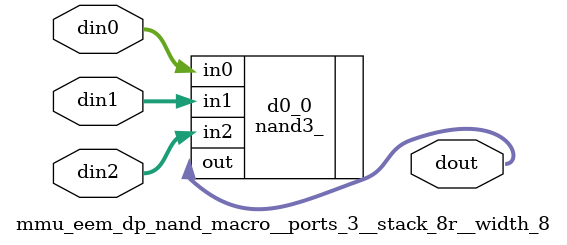
<source format=v>
module mmu_eem_dp (
  asi_error_inject, 
  asi_error_mask, 
  asi_mbist_ecc_in, 
  asi_mbist_run, 
  ecc_in, 
  ecc_out);
wire mbist_run_;
wire [7:0] pre_error_inject_;
wire [7:0] pre_error_inject;
wire [7:0] error_inject;
wire [7:0] error_inject_;
wire [7:0] ecc_in_;
wire [7:0] ecc_mux_0;
wire [7:0] ecc_mux_1;
wire [7:0] ecc_mux_2;



input		asi_error_inject;
input	[7:0]	asi_error_mask;

input	[7:0]	asi_mbist_ecc_in;
input		asi_mbist_run;

input 	[7:0]	ecc_in;

output	[7:0]	ecc_out;	


mmu_eem_dp_inv_macro__stack_8r__width_1 mbist_run_b_inv   (
	.din	(asi_mbist_run			),
	.dout	(mbist_run_			)
);

mmu_eem_dp_nand_macro__ports_2__stack_8r__width_8 pre_error_inject_b_and    (
	.din0	({8 {asi_error_inject}}		),
	.din1	(asi_error_mask		[7:0]	),
	.dout	(pre_error_inject_	[7:0]	)
);

mmu_eem_dp_inv_macro__stack_8r__width_8 pre_error_inject_inv   (
	.din	(pre_error_inject_	[7:0]	),
	.dout	(pre_error_inject	[7:0]	)
);

mmu_eem_dp_and_macro__stack_8r__width_8 error_inject_and   (
	.din0	(pre_error_inject	[7:0]	),
	.din1	({8 {mbist_run_}}		),
	.dout	(error_inject		[7:0]	)
);

mmu_eem_dp_and_macro__stack_8r__width_8 error_inject_b_and   (
	.din0	(pre_error_inject_	[7:0]	),
	.din1	({8 {mbist_run_}}		),
	.dout	(error_inject_		[7:0]	)
);

mmu_eem_dp_inv_macro__stack_8r__width_8 ecc_in_b_inv   (
	.din	(ecc_in			[7:0]	),
	.dout	(ecc_in_		[7:0]	)
);

mmu_eem_dp_nand_macro__ports_2__stack_8r__width_8 ecc_mux_0_nand    (
	.din0	(ecc_in			[7:0]	),
	.din1	(error_inject_		[7:0]	),
	.dout	(ecc_mux_0		[7:0]	)
);

mmu_eem_dp_nand_macro__ports_2__stack_8r__width_8 ecc_mux_1_nand    (
	.din0	(ecc_in_		[7:0]	),
	.din1	(error_inject		[7:0]	),
	.dout	(ecc_mux_1		[7:0]	)
);

mmu_eem_dp_nand_macro__ports_2__stack_8r__width_8 ecc_mux_2_nand    (
	.din0	(asi_mbist_ecc_in	[7:0]	),
	.din1	({8 {asi_mbist_run}}		),
	.dout	(ecc_mux_2		[7:0]	)
);

mmu_eem_dp_nand_macro__ports_3__stack_8r__width_8 ecc_mux_nand    (
	.din0	(ecc_mux_0		[7:0]	),
	.din1	(ecc_mux_1		[7:0]	),
	.din2	(ecc_mux_2		[7:0]	),
	.dout	(ecc_out		[7:0]	)
);



supply0 vss; // <- port for ground
supply1 vdd; // <- port for power

endmodule



//
//   invert macro
//
//





module mmu_eem_dp_inv_macro__stack_8r__width_1 (
  din, 
  dout);
  input [0:0] din;
  output [0:0] dout;






inv #(1)  d0_0 (
.in(din[0:0]),
.out(dout[0:0])
);









endmodule





//
//   nand macro for ports = 2,3,4
//
//





module mmu_eem_dp_nand_macro__ports_2__stack_8r__width_8 (
  din0, 
  din1, 
  dout);
  input [7:0] din0;
  input [7:0] din1;
  output [7:0] dout;






nand2_ #(8)  d0_0 (
.in0(din0[7:0]),
.in1(din1[7:0]),
.out(dout[7:0])
);









endmodule





//
//   invert macro
//
//





module mmu_eem_dp_inv_macro__stack_8r__width_8 (
  din, 
  dout);
  input [7:0] din;
  output [7:0] dout;






inv #(8)  d0_0 (
.in(din[7:0]),
.out(dout[7:0])
);









endmodule





//  
//   and macro for ports = 2,3,4
//
//





module mmu_eem_dp_and_macro__stack_8r__width_8 (
  din0, 
  din1, 
  dout);
  input [7:0] din0;
  input [7:0] din1;
  output [7:0] dout;






and2_ #(8)  d0_0 (
.in0(din0[7:0]),
.in1(din1[7:0]),
.out(dout[7:0])
);









endmodule





//
//   nand macro for ports = 2,3,4
//
//





module mmu_eem_dp_nand_macro__ports_3__stack_8r__width_8 (
  din0, 
  din1, 
  din2, 
  dout);
  input [7:0] din0;
  input [7:0] din1;
  input [7:0] din2;
  output [7:0] dout;






nand3_ #(8)  d0_0 (
.in0(din0[7:0]),
.in1(din1[7:0]),
.in2(din2[7:0]),
.out(dout[7:0])
);









endmodule





</source>
